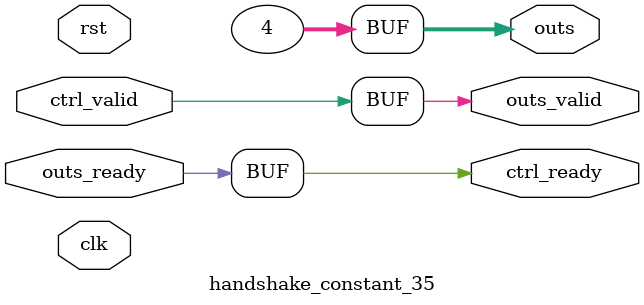
<source format=v>
`timescale 1ns / 1ps
module handshake_constant_35 #(
  parameter DATA_WIDTH = 32  // Default set to 32 bits
) (
  input                       clk,
  input                       rst,
  // Input Channel
  input                       ctrl_valid,
  output                      ctrl_ready,
  // Output Channel
  output [DATA_WIDTH - 1 : 0] outs,
  output                      outs_valid,
  input                       outs_ready
);
  assign outs       = 4'b0100;
  assign outs_valid = ctrl_valid;
  assign ctrl_ready = outs_ready;

endmodule

</source>
